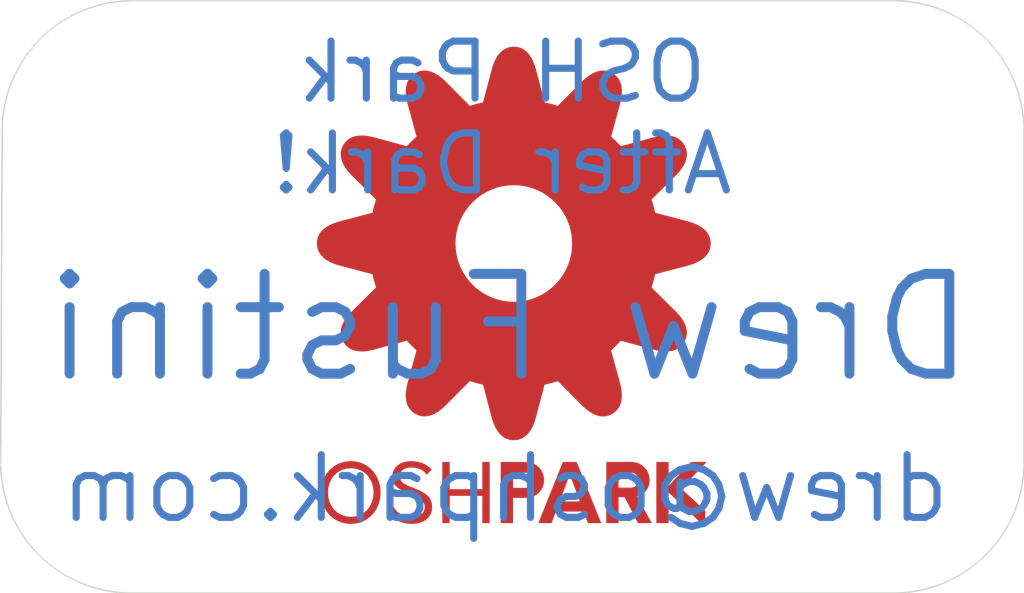
<source format=kicad_pcb>
(kicad_pcb (version 20190331) (host pcbnew "(5.1.0-373-ge808c7f95)")

  (general
    (thickness 1.6)
    (drawings 13)
    (tracks 0)
    (modules 1)
    (nets 1)
  )

  (page "A4")
  (layers
    (0 "F.Cu" signal)
    (31 "B.Cu" signal)
    (32 "B.Adhes" user)
    (33 "F.Adhes" user)
    (34 "B.Paste" user)
    (35 "F.Paste" user)
    (36 "B.SilkS" user)
    (37 "F.SilkS" user)
    (38 "B.Mask" user hide)
    (39 "F.Mask" user)
    (40 "Dwgs.User" user)
    (41 "Cmts.User" user)
    (42 "Eco1.User" user)
    (43 "Eco2.User" user)
    (44 "Edge.Cuts" user)
    (45 "Margin" user)
    (46 "B.CrtYd" user)
    (47 "F.CrtYd" user)
    (48 "B.Fab" user)
    (49 "F.Fab" user)
  )

  (setup
    (last_trace_width 0.25)
    (trace_clearance 0.2)
    (zone_clearance 0.508)
    (zone_45_only no)
    (trace_min 0.2)
    (via_size 0.8)
    (via_drill 0.4)
    (via_min_size 0.4)
    (via_min_drill 0.3)
    (uvia_size 0.3)
    (uvia_drill 0.1)
    (uvias_allowed no)
    (uvia_min_size 0.2)
    (uvia_min_drill 0.1)
    (edge_width 0.05)
    (segment_width 0.2)
    (pcb_text_width 0.3)
    (pcb_text_size 1.5 1.5)
    (mod_edge_width 0.12)
    (mod_text_size 1 1)
    (mod_text_width 0.15)
    (pad_size 1.524 1.524)
    (pad_drill 0.762)
    (pad_to_mask_clearance 0.051)
    (solder_mask_min_width 0.25)
    (aux_axis_origin 0 0)
    (visible_elements FFFFFF7F)
    (pcbplotparams
      (layerselection 0x010fc_ffffffff)
      (usegerberextensions false)
      (usegerberattributes false)
      (usegerberadvancedattributes false)
      (creategerberjobfile false)
      (excludeedgelayer true)
      (linewidth 0.100000)
      (plotframeref false)
      (viasonmask false)
      (mode 1)
      (useauxorigin false)
      (hpglpennumber 1)
      (hpglpenspeed 20)
      (hpglpendiameter 15.000000)
      (psnegative false)
      (psa4output false)
      (plotreference true)
      (plotvalue true)
      (plotinvisibletext false)
      (padsonsilk false)
      (subtractmaskfromsilk false)
      (outputformat 1)
      (mirror false)
      (drillshape 1)
      (scaleselection 1)
      (outputdirectory ""))
  )

  (net 0 "")

  (net_class "Default" "This is the default net class."
    (clearance 0.2)
    (trace_width 0.25)
    (via_dia 0.8)
    (via_drill 0.4)
    (uvia_dia 0.3)
    (uvia_drill 0.1)
  )

  (module "oshpark:OSH_small_fu" (layer "F.Cu") (tedit 5D5717FF) (tstamp 5D572609)
    (at 144.6784 71.7804)
    (descr "Imported from OSHPARK.svg")
    (tags "svg2mod")
    (attr smd)
    (fp_text reference "OSH_small" (at 0 -11.457835) (layer "F.Cu") hide
      (effects (font (size 1.524 1.524) (thickness 0.3048)))
    )
    (fp_text value "G***" (at 0 11.457835) (layer "F.Cu") hide
      (effects (font (size 1.524 1.524) (thickness 0.3048)))
    )
    (fp_poly (pts (xy -5.72003 8.28739) (xy -5.72003 8.03844) (xy -5.89083 8.02144) (xy -6.04561 7.97244)
      (xy -6.18228 7.89464) (xy -6.29876 7.79128) (xy -6.39296 7.66553) (xy -6.46286 7.52056)
      (xy -6.50636 7.35956) (xy -6.52126 7.18572) (xy -6.50636 7.01188) (xy -6.46286 6.85088)
      (xy -6.39296 6.70591) (xy -6.29876 6.58016) (xy -6.18228 6.4768) (xy -6.04561 6.399)
      (xy -5.89083 6.35) (xy -5.72003 6.333) (xy -5.54852 6.35) (xy -5.39368 6.399)
      (xy -5.25742 6.4768) (xy -5.14165 6.58016) (xy -5.04825 6.70591) (xy -4.97915 6.85088)
      (xy -4.93635 7.01188) (xy -4.92165 7.18572) (xy -4.93635 7.35956) (xy -4.97915 7.52056)
      (xy -5.04825 7.66553) (xy -5.14165 7.79128) (xy -5.25742 7.89464) (xy -5.39368 7.97244)
      (xy -5.54852 8.02144) (xy -5.72003 8.03844) (xy -5.72003 8.28739) (xy -5.60829 8.28139)
      (xy -5.50085 8.26469) (xy -5.39811 8.23759) (xy -5.30051 8.20059) (xy -5.20831 8.15429)
      (xy -5.12201 8.09919) (xy -5.04211 8.03579) (xy -4.96891 7.96479) (xy -4.90281 7.88659)
      (xy -4.84421 7.80179) (xy -4.79351 7.71099) (xy -4.75111 7.61469) (xy -4.71741 7.51342)
      (xy -4.69281 7.40776) (xy -4.67781 7.29824) (xy -4.67281 7.18543) (xy -4.67781 7.07261)
      (xy -4.69281 6.9631) (xy -4.71741 6.85743) (xy -4.75111 6.75616) (xy -4.79351 6.65986)
      (xy -4.84421 6.56906) (xy -4.90281 6.48426) (xy -4.96891 6.40606) (xy -5.04211 6.33496)
      (xy -5.12201 6.27156) (xy -5.20831 6.21646) (xy -5.30051 6.17016) (xy -5.39811 6.13316)
      (xy -5.50085 6.10606) (xy -5.60829 6.08936) (xy -5.72003 6.08336) (xy -5.83223 6.08936)
      (xy -5.94002 6.10606) (xy -6.04301 6.13316) (xy -6.14081 6.17016) (xy -6.23301 6.21646)
      (xy -6.31921 6.27156) (xy -6.39911 6.33496) (xy -6.47221 6.40606) (xy -6.53821 6.48426)
      (xy -6.59661 6.56906) (xy -6.64711 6.65986) (xy -6.68931 6.75616) (xy -6.72281 6.85743)
      (xy -6.74721 6.9631) (xy -6.76211 7.07261) (xy -6.76711 7.18543) (xy -6.76211 7.29824)
      (xy -6.74721 7.40776) (xy -6.72281 7.51342) (xy -6.68931 7.61469) (xy -6.64711 7.71099)
      (xy -6.59661 7.80179) (xy -6.53821 7.88659) (xy -6.47221 7.96479) (xy -6.39911 8.03579)
      (xy -6.31921 8.09919) (xy -6.23301 8.15429) (xy -6.14081 8.20059) (xy -6.04301 8.23759)
      (xy -5.94002 8.26469) (xy -5.83223 8.28139) (xy -5.72003 8.28739)) (layer "F.Mask") (width 0))
    (fp_poly (pts (xy -5.71389 8.295375) (xy -5.71389 8.046425) (xy -5.88469 8.029425) (xy -6.03947 7.980425)
      (xy -6.17614 7.902625) (xy -6.29262 7.799265) (xy -6.38682 7.673515) (xy -6.45672 7.528545)
      (xy -6.50022 7.367545) (xy -6.51512 7.193705) (xy -6.50022 7.019865) (xy -6.45672 6.858865)
      (xy -6.38682 6.713895) (xy -6.29262 6.588145) (xy -6.17614 6.484785) (xy -6.03947 6.406985)
      (xy -5.88469 6.357985) (xy -5.71389 6.340985) (xy -5.54238 6.357985) (xy -5.38754 6.406985)
      (xy -5.25128 6.484785) (xy -5.13551 6.588145) (xy -5.04211 6.713895) (xy -4.97301 6.858865)
      (xy -4.93021 7.019865) (xy -4.91551 7.193705) (xy -4.93021 7.367545) (xy -4.97301 7.528545)
      (xy -5.04211 7.673515) (xy -5.13551 7.799265) (xy -5.25128 7.902625) (xy -5.38754 7.980425)
      (xy -5.54238 8.029425) (xy -5.71389 8.046425) (xy -5.71389 8.295375) (xy -5.60215 8.289375)
      (xy -5.49471 8.272675) (xy -5.39197 8.245575) (xy -5.29437 8.208575) (xy -5.20217 8.162275)
      (xy -5.11587 8.107175) (xy -5.03597 8.043775) (xy -4.96277 7.972775) (xy -4.89667 7.894575)
      (xy -4.83807 7.809775) (xy -4.78737 7.718975) (xy -4.74497 7.622675) (xy -4.71127 7.521405)
      (xy -4.68667 7.415745) (xy -4.67167 7.306225) (xy -4.66667 7.193415) (xy -4.67167 7.080595)
      (xy -4.68667 6.971085) (xy -4.71127 6.865415) (xy -4.74497 6.764145) (xy -4.78737 6.667845)
      (xy -4.83807 6.577045) (xy -4.89667 6.492245) (xy -4.96277 6.414045) (xy -5.03597 6.342945)
      (xy -5.11587 6.279545) (xy -5.20217 6.224445) (xy -5.29437 6.178145) (xy -5.39197 6.141145)
      (xy -5.49471 6.114045) (xy -5.60215 6.097345) (xy -5.71389 6.091345) (xy -5.82609 6.097345)
      (xy -5.93388 6.114045) (xy -6.03687 6.141145) (xy -6.13467 6.178145) (xy -6.22687 6.224445)
      (xy -6.31307 6.279545) (xy -6.39297 6.342945) (xy -6.46607 6.414045) (xy -6.53207 6.492245)
      (xy -6.59047 6.577045) (xy -6.64097 6.667845) (xy -6.68317 6.764145) (xy -6.71667 6.865415)
      (xy -6.74107 6.971085) (xy -6.75597 7.080595) (xy -6.76097 7.193415) (xy -6.75597 7.306225)
      (xy -6.74107 7.415745) (xy -6.71667 7.521405) (xy -6.68317 7.622675) (xy -6.64097 7.718975)
      (xy -6.59047 7.809775) (xy -6.53207 7.894575) (xy -6.46607 7.972775) (xy -6.39297 8.043775)
      (xy -6.31307 8.107175) (xy -6.22687 8.162275) (xy -6.13467 8.208575) (xy -6.03687 8.245575)
      (xy -5.93388 8.272675) (xy -5.82609 8.289375) (xy -5.71389 8.295375)) (layer "F.Cu") (width 0))
    (fp_poly (pts (xy -3.5907 8.295375) (xy -3.44187 8.286375) (xy -3.30406 8.258975) (xy -3.18001 8.212975)
      (xy -3.07241 8.147975) (xy -2.98401 8.063675) (xy -2.91751 7.959725) (xy -2.87561 7.835805)
      (xy -2.86101 7.691555) (xy -2.87691 7.552235) (xy -2.92141 7.434915) (xy -2.98981 7.336615)
      (xy -3.07751 7.254415) (xy -3.17982 7.185415) (xy -3.29208 7.126615) (xy -3.52784 7.027715)
      (xy -3.70664 6.955515) (xy -3.85727 6.872815) (xy -3.91627 6.823915) (xy -3.96127 6.768115)
      (xy -3.98997 6.703915) (xy -4.00007 6.629915) (xy -3.99207 6.554915) (xy -3.96807 6.490615)
      (xy -3.93017 6.436915) (xy -3.88027 6.393515) (xy -3.82017 6.360115) (xy -3.75177 6.336615)
      (xy -3.67677 6.322615) (xy -3.59697 6.317615) (xy -3.50107 6.322615) (xy -3.41297 6.336315)
      (xy -3.33277 6.358215) (xy -3.26037 6.387715) (xy -3.19597 6.424015) (xy -3.13947 6.466415)
      (xy -3.05047 6.566885) (xy -2.87592 6.389475) (xy -2.93462 6.327375) (xy -3.00322 6.270575)
      (xy -3.08132 6.219875) (xy -3.16862 6.176275) (xy -3.26472 6.140775) (xy -3.36936 6.114275)
      (xy -3.48217 6.097675) (xy -3.60284 6.091675) (xy -3.73476 6.100675) (xy -3.85823 6.127675)
      (xy -3.97043 6.172275) (xy -4.06853 6.234275) (xy -4.14973 6.313275) (xy -4.21123 6.408975)
      (xy -4.25023 6.521165) (xy -4.26383 6.649475) (xy -4.24983 6.769025) (xy -4.21043 6.869725)
      (xy -4.14943 6.954225) (xy -4.07063 7.025125) (xy -3.97793 7.085025) (xy -3.87509 7.136525)
      (xy -3.6543 7.224725) (xy -3.4565 7.304325) (xy -3.3666 7.348925) (xy -3.2866 7.399625)
      (xy -3.2195 7.458525) (xy -3.1682 7.527725) (xy -3.1357 7.609325) (xy -3.1249 7.705425)
      (xy -3.1349 7.789025) (xy -3.1618 7.860025) (xy -3.2038 7.918825) (xy -3.2593 7.965825)
      (xy -3.3266 8.001625) (xy -3.404 8.026625) (xy -3.4899 8.041225) (xy -3.5826 8.046225)
      (xy -3.69075 8.039225) (xy -3.79323 8.020125) (xy -3.88863 7.989225) (xy -3.97563 7.947425)
      (xy -4.05283 7.895625) (xy -4.11893 7.834625) (xy -4.17243 7.765125) (xy -4.21203 7.688125)
      (xy -4.40088 7.879845) (xy -4.33778 7.967545) (xy -4.26108 8.047345) (xy -4.17208 8.118045)
      (xy -4.07218 8.178545) (xy -3.96276 8.227645) (xy -3.84518 8.264145) (xy -3.72084 8.286945)
      (xy -3.59109 8.294945) (xy -3.5907 8.295375)) (layer "F.Mask") (width 0))
    (fp_poly (pts (xy -1.10433 6.120635) (xy -1.10433 7.076375) (xy -2.24607 7.076375) (xy -2.24607 6.120635)
      (xy -2.50646 6.120635) (xy -2.50646 8.266755) (xy -2.24607 8.266755) (xy -2.24607 7.311015)
      (xy -1.10433 7.311015) (xy -1.10433 8.266755) (xy -0.84394 8.266755) (xy -0.84394 6.120635)
      (xy -1.10433 6.120635)) (layer "F.Mask") (width 0))
    (fp_poly (pts (xy 0.42791 6.120635) (xy -0.02711 6.495535) (xy 0.38781 6.495535) (xy 0.44521 6.500535)
      (xy 0.49851 6.515035) (xy 0.54661 6.538335) (xy 0.58851 6.569635) (xy 0.62301 6.608335)
      (xy 0.64901 6.653735) (xy 0.66541 6.705135) (xy 0.67141 6.761735) (xy 0.66541 6.820135)
      (xy 0.64901 6.872535) (xy 0.62301 6.918535) (xy 0.58851 6.957435) (xy 0.54661 6.988635)
      (xy 0.49851 7.011635) (xy 0.44521 7.025835) (xy 0.38781 7.030835) (xy 0.38781 7.030635)
      (xy -0.02711 7.030635) (xy -0.02711 6.495535) (xy 0.42791 6.120635) (xy -0.45915 6.120635)
      (xy -0.45915 8.266755) (xy -0.02707 8.266755) (xy -0.02707 7.382555) (xy 0.42791 7.382555)
      (xy 0.5579 7.370355) (xy 0.67807 7.335055) (xy 0.78609 7.278855) (xy 0.87969 7.203855)
      (xy 0.95649 7.112155) (xy 1.01419 7.006005) (xy 1.05049 6.887525) (xy 1.06309 6.758845)
      (xy 1.05049 6.630375) (xy 1.01419 6.510655) (xy 0.95649 6.402275) (xy 0.87969 6.307775)
      (xy 0.78609 6.229775) (xy 0.67807 6.170875) (xy 0.5579 6.133675) (xy 0.42791 6.120675)
      (xy 0.42791 6.120635)) (layer "F.Mask") (width 0))
    (fp_poly (pts (xy 0.00118 -8.409695) (xy 0.00043 -3.623025) (xy 0.21316 -3.612325) (xy 0.41974 -3.580825)
      (xy 0.61914 -3.529525) (xy 0.81031 -3.459525) (xy 0.99219 -3.371925) (xy 1.16375 -3.267695)
      (xy 1.32394 -3.147905) (xy 1.4717 -3.013605) (xy 1.606 -2.865845) (xy 1.72579 -2.705655)
      (xy 1.83001 -2.534105) (xy 1.91761 -2.352215) (xy 1.98761 -2.161055) (xy 2.03891 -1.961655)
      (xy 2.07041 -1.755065) (xy 2.08111 -1.542335) (xy 2.07041 -1.329495) (xy 2.03891 -1.122805)
      (xy 1.98771 -0.923315) (xy 1.91781 -0.732055) (xy 1.83021 -0.550075) (xy 1.726 -0.378435)
      (xy 1.60622 -0.218175) (xy 1.47192 -0.070335) (xy 1.32415 0.064025) (xy 1.16396 0.183875)
      (xy 0.99238 0.288155) (xy 0.81047 0.375855) (xy 0.61928 0.445855) (xy 0.41984 0.497155)
      (xy 0.21321 0.528655) (xy 0.00043 0.539455) (xy -0.21235 0.528655) (xy -0.41897 0.497155)
      (xy -0.6184 0.445855) (xy -0.80958 0.375855) (xy -0.99147 0.288155) (xy -1.16302 0.183875)
      (xy -1.3232 0.064025) (xy -1.47095 -0.070335) (xy -1.60524 -0.218175) (xy -1.72501 -0.378435)
      (xy -1.82922 -0.550075) (xy -1.91682 -0.732055) (xy -1.98682 -0.923315) (xy -2.03812 -1.122805)
      (xy -2.06962 -1.329495) (xy -2.08032 -1.542335) (xy -2.06962 -1.755065) (xy -2.03812 -1.961655)
      (xy -1.98682 -2.161055) (xy -1.91682 -2.352215) (xy -1.82922 -2.534105) (xy -1.72501 -2.705655)
      (xy -1.60524 -2.865845) (xy -1.47095 -3.013605) (xy -1.3232 -3.147905) (xy -1.16302 -3.267695)
      (xy -0.99147 -3.371925) (xy -0.80958 -3.459525) (xy -0.6184 -3.529525) (xy -0.41897 -3.580825)
      (xy -0.21235 -3.612325) (xy 0.00043 -3.623025) (xy 0.00118 -8.409695) (xy -0.14129 -8.393995)
      (xy -0.2674 -8.349495) (xy -0.378 -8.279795) (xy -0.4739 -8.188495) (xy -0.556 -8.079355)
      (xy -0.6251 -7.956025) (xy -0.6821 -7.822195) (xy -0.7278 -7.681515) (xy -1.04856 -6.462625)
      (xy -1.30304 -6.403425) (xy -1.55293 -6.331225) (xy -2.43795 -7.223815) (xy -2.5541 -7.325575)
      (xy -2.67331 -7.414275) (xy -2.79523 -7.486675) (xy -2.91953 -7.539575) (xy -3.04586 -7.569675)
      (xy -3.17388 -7.573675) (xy -3.30323 -7.548275) (xy -3.43358 -7.490275) (xy -3.54913 -7.405275)
      (xy -3.63603 -7.303485) (xy -3.69693 -7.187695) (xy -3.73433 -7.060655) (xy -3.75073 -6.925095)
      (xy -3.74873 -6.783755) (xy -3.73103 -6.639375) (xy -3.70003 -6.494705) (xy -3.36893 -5.282225)
      (xy -3.55878 -5.102185) (xy -3.73879 -4.912505) (xy -4.95156 -5.242875) (xy -5.10317 -5.273475)
      (xy -5.25088 -5.290975) (xy -5.39277 -5.292975) (xy -5.5269 -5.276575) (xy -5.65135 -5.239375)
      (xy -5.76419 -5.178675) (xy -5.86349 -5.091975) (xy -5.94729 -4.976645) (xy -6.00489 -4.845335)
      (xy -6.02929 -4.713775) (xy -6.02429 -4.583095) (xy -5.99309 -4.454385) (xy -5.93949 -4.328745)
      (xy -5.86709 -4.207285) (xy -5.77959 -4.091105) (xy -5.68049 -3.981305) (xy -4.78848 -3.096875)
      (xy -4.86248 -2.846755) (xy -4.92388 -2.591195) (xy -6.13913 -2.271315) (xy -6.28557 -2.221815)
      (xy -6.42211 -2.163015) (xy -6.54579 -2.093715) (xy -6.65364 -2.012515) (xy -6.74264 -1.918115)
      (xy -6.80994 -1.809295) (xy -6.85244 -1.684715) (xy -6.86724 -1.543065) (xy -6.85154 -1.400675)
      (xy -6.80704 -1.274595) (xy -6.73724 -1.163985) (xy -6.64594 -1.068085) (xy -6.5368 -0.985985)
      (xy -6.41347 -0.916885) (xy -6.27964 -0.859985) (xy -6.13897 -0.814385) (xy -4.92372 -0.494365)
      (xy -4.86232 -0.239235) (xy -4.78842 0.010885) (xy -5.68043 0.895605) (xy -5.78261 1.011585)
      (xy -5.87161 1.130695) (xy -5.94411 1.252585) (xy -5.99701 1.376885) (xy -6.02701 1.503265)
      (xy -6.03101 1.631355) (xy -6.00551 1.760795) (xy -5.94741 1.891235) (xy -5.86251 2.006695)
      (xy -5.76079 2.093495) (xy -5.64502 2.154295) (xy -5.51794 2.191595) (xy -5.38232 2.207995)
      (xy -5.24091 2.205995) (xy -5.09648 2.188395) (xy -4.95178 2.157595) (xy -3.73916 1.826495)
      (xy -3.55915 2.015885) (xy -3.36929 2.196065) (xy -3.70039 3.409125) (xy -3.73109 3.560565)
      (xy -3.74869 3.708175) (xy -3.75069 3.850005) (xy -3.73429 3.984105) (xy -3.69709 4.108515)
      (xy -3.63639 4.221295) (xy -3.54959 4.320495) (xy -3.43416 4.404195) (xy -3.30285 4.461895)
      (xy -3.17132 4.486395) (xy -3.04066 4.481395) (xy -2.91197 4.450195) (xy -2.78636 4.396595)
      (xy -2.66492 4.324295) (xy -2.54876 4.236795) (xy -2.43897 4.137795) (xy -1.55409 3.245195)
      (xy -1.30401 3.319295) (xy -1.0487 3.380995) (xy -0.72882 4.596245) (xy -0.67942 4.742405)
      (xy -0.62072 4.878745) (xy -0.55142 5.002265) (xy -0.47012 5.110005) (xy -0.37562 5.199005)
      (xy -0.26663 5.266305) (xy -0.14183 5.308805) (xy 0.0001 5.323605) (xy 0.1423 5.307905)
      (xy 0.26821 5.263405) (xy 0.37868 5.193705) (xy 0.47448 5.102505) (xy 0.55658 4.993495)
      (xy 0.62568 4.870315) (xy 0.68268 4.736655) (xy 0.72838 4.596185) (xy 1.04825 3.380645)
      (xy 1.30343 3.319445) (xy 1.55379 3.245445) (xy 2.43852 4.137905) (xy 2.55442 4.240085)
      (xy 2.67348 4.329085) (xy 2.79535 4.401685) (xy 2.91965 4.454585) (xy 3.04602 4.484585)
      (xy 3.17409 4.488585) (xy 3.30349 4.462985) (xy 3.43386 4.404785) (xy 3.5493 4.319985)
      (xy 3.6361 4.218365) (xy 3.6969 4.102685) (xy 3.7342 3.975695) (xy 3.7507 3.840155)
      (xy 3.7487 3.698805) (xy 3.7312 3.554415) (xy 3.7006 3.409725) (xy 3.36921 2.196675)
      (xy 3.55866 2.016495) (xy 3.73849 1.827095) (xy 4.95155 2.158195) (xy 5.10316 2.188595)
      (xy 5.25086 2.205995) (xy 5.39274 2.207995) (xy 5.52685 2.191495) (xy 5.65126 2.154195)
      (xy 5.76405 2.093495) (xy 5.86325 2.006695) (xy 5.94695 1.891265) (xy 6.00455 1.759975)
      (xy 6.02895 1.628485) (xy 6.02395 1.497875) (xy 5.99275 1.369255) (xy 5.93915 1.243685)
      (xy 5.86685 1.122265) (xy 5.77935 1.006085) (xy 5.68035 0.896225) (xy 4.78804 0.011495)
      (xy 4.86214 -0.238625) (xy 4.92344 -0.493755) (xy 6.13868 -0.813785) (xy 6.28522 -0.863185)
      (xy 6.42183 -0.921885) (xy 6.54556 -0.991285) (xy 6.65344 -1.072585) (xy 6.74254 -1.167085)
      (xy 6.80984 -1.276075) (xy 6.85244 -1.400845) (xy 6.86724 -1.542705) (xy 6.85194 -1.684715)
      (xy 6.80764 -1.810495) (xy 6.73804 -1.920855) (xy 6.64694 -2.016655) (xy 6.53789 -2.098655)
      (xy 6.41461 -2.167755) (xy 6.2808 -2.224755) (xy 6.14013 -2.270455) (xy 4.92488 -2.590335)
      (xy 4.86358 -2.845855) (xy 4.78948 -3.095735) (xy 5.68179 -3.980895) (xy 5.78395 -4.096695)
      (xy 5.87285 -4.215675) (xy 5.94535 -4.337485) (xy 5.99815 -4.461745) (xy 6.02805 -4.588095)
      (xy 6.03205 -4.716185) (xy 6.00655 -4.845635) (xy 5.94845 -4.976085) (xy 5.86365 -5.091375)
      (xy 5.76206 -5.178075) (xy 5.64641 -5.238875) (xy 5.51943 -5.276175) (xy 5.38387 -5.292675)
      (xy 5.24246 -5.290675) (xy 5.09796 -5.273075) (xy 4.9531 -5.242275) (xy 3.74019 -4.911755)
      (xy 3.5604 -5.101105) (xy 3.3712 -5.281035) (xy 3.70215 -6.493945) (xy 3.73265 -6.645465)
      (xy 3.75005 -6.793085) (xy 3.75205 -6.934915) (xy 3.73565 -7.069005) (xy 3.69835 -7.193445)
      (xy 3.63755 -7.306295) (xy 3.55075 -7.405695) (xy 3.43522 -7.489595) (xy 3.30408 -7.547095)
      (xy 3.17265 -7.571395) (xy 3.04204 -7.566395) (xy 2.91335 -7.535095) (xy 2.78769 -7.481395)
      (xy 2.66618 -7.408995) (xy 2.54992 -7.321595) (xy 2.44003 -7.222795) (xy 1.55545 -6.330485)
      (xy 1.30598 -6.402785) (xy 1.05107 -6.462485) (xy 0.73018 -7.681375) (xy 0.68058 -7.827915)
      (xy 0.62168 -7.964525) (xy 0.55228 -8.088255) (xy 0.47098 -8.196135) (xy 0.37658 -8.285235)
      (xy 0.2677 -8.352535) (xy 0.14304 -8.395035) (xy 0.0013 -8.409835) (xy 0.00118 -8.409695)) (layer "F.Cu") (width 0.073847))
    (fp_poly (pts (xy -3.5907 8.295375) (xy -3.44187 8.286375) (xy -3.30406 8.258975) (xy -3.18001 8.212975)
      (xy -3.07241 8.147975) (xy -2.98401 8.063675) (xy -2.91751 7.959725) (xy -2.87561 7.835805)
      (xy -2.86101 7.691555) (xy -2.87691 7.552235) (xy -2.92141 7.434915) (xy -2.98981 7.336615)
      (xy -3.07751 7.254415) (xy -3.17982 7.185415) (xy -3.29208 7.126615) (xy -3.52784 7.027715)
      (xy -3.70664 6.955515) (xy -3.85727 6.872815) (xy -3.91627 6.823915) (xy -3.96127 6.768115)
      (xy -3.98997 6.703915) (xy -4.00007 6.629915) (xy -3.99207 6.554915) (xy -3.96807 6.490615)
      (xy -3.93017 6.436915) (xy -3.88027 6.393515) (xy -3.82017 6.360115) (xy -3.75177 6.336615)
      (xy -3.67677 6.322615) (xy -3.59697 6.317615) (xy -3.50107 6.322615) (xy -3.41297 6.336315)
      (xy -3.33277 6.358215) (xy -3.26037 6.387715) (xy -3.19597 6.424015) (xy -3.13947 6.466415)
      (xy -3.05047 6.566885) (xy -2.87592 6.389475) (xy -2.93462 6.327375) (xy -3.00322 6.270575)
      (xy -3.08132 6.219875) (xy -3.16862 6.176275) (xy -3.26472 6.140775) (xy -3.36936 6.114275)
      (xy -3.48217 6.097675) (xy -3.60284 6.091675) (xy -3.73476 6.100675) (xy -3.85823 6.127675)
      (xy -3.97043 6.172275) (xy -4.06853 6.234275) (xy -4.14973 6.313275) (xy -4.21123 6.408975)
      (xy -4.25023 6.521165) (xy -4.26383 6.649475) (xy -4.24983 6.769025) (xy -4.21043 6.869725)
      (xy -4.14943 6.954225) (xy -4.07063 7.025125) (xy -3.97793 7.085025) (xy -3.87509 7.136525)
      (xy -3.6543 7.224725) (xy -3.4565 7.304325) (xy -3.3666 7.348925) (xy -3.2866 7.399625)
      (xy -3.2195 7.458525) (xy -3.1682 7.527725) (xy -3.1357 7.609325) (xy -3.1249 7.705425)
      (xy -3.1349 7.789025) (xy -3.1618 7.860025) (xy -3.2038 7.918825) (xy -3.2593 7.965825)
      (xy -3.3266 8.001625) (xy -3.404 8.026625) (xy -3.4899 8.041225) (xy -3.5826 8.046225)
      (xy -3.69075 8.039225) (xy -3.79323 8.020125) (xy -3.88863 7.989225) (xy -3.97563 7.947425)
      (xy -4.05283 7.895625) (xy -4.11893 7.834625) (xy -4.17243 7.765125) (xy -4.21203 7.688125)
      (xy -4.40088 7.879845) (xy -4.33778 7.967545) (xy -4.26108 8.047345) (xy -4.17208 8.118045)
      (xy -4.07218 8.178545) (xy -3.96276 8.227645) (xy -3.84518 8.264145) (xy -3.72084 8.286945)
      (xy -3.59109 8.294945) (xy -3.5907 8.295375)) (layer "F.Cu") (width 0))
    (fp_poly (pts (xy -1.10433 6.120635) (xy -1.10433 7.076375) (xy -2.24607 7.076375) (xy -2.24607 6.120635)
      (xy -2.50646 6.120635) (xy -2.50646 8.266755) (xy -2.24607 8.266755) (xy -2.24607 7.311015)
      (xy -1.10433 7.311015) (xy -1.10433 8.266755) (xy -0.84394 8.266755) (xy -0.84394 6.120635)
      (xy -1.10433 6.120635)) (layer "F.Cu") (width 0))
    (fp_poly (pts (xy 2.59844 8.266755) (xy 1.96319 6.558445) (xy 2.31515 7.505595) (xy 1.60836 7.505595)
      (xy 1.96319 6.558445) (xy 2.59844 8.266755) (xy 3.06487 8.266755) (xy 2.20355 6.120635)
      (xy 1.71996 6.120635) (xy 0.85865 8.266755) (xy 1.32508 8.266755) (xy 1.47674 7.860425)
      (xy 2.44678 7.860425) (xy 2.59844 8.266755)) (layer "F.Mask") (width 0))
    (fp_poly (pts (xy 4.31659 7.328185) (xy 4.11009 7.022185) (xy 3.67228 7.022185) (xy 3.67228 6.495675)
      (xy 4.11009 6.495675) (xy 4.16319 6.500675) (xy 4.21239 6.515675) (xy 4.25669 6.539575)
      (xy 4.29509 6.571375) (xy 4.32669 6.610075) (xy 4.35039 6.654875) (xy 4.36539 6.704775)
      (xy 4.37039 6.758775) (xy 4.36539 6.812775) (xy 4.35069 6.862675) (xy 4.32729 6.907475)
      (xy 4.29609 6.946175) (xy 4.25789 6.977975) (xy 4.21359 7.001875) (xy 4.16399 7.016875)
      (xy 4.11009 7.021875) (xy 4.11009 7.022185) (xy 4.31659 7.328185) (xy 4.41049 7.296585)
      (xy 4.49619 7.251785) (xy 4.57229 7.194785) (xy 4.63749 7.126585) (xy 4.69049 7.048185)
      (xy 4.72989 6.960585) (xy 4.75449 6.864785) (xy 4.76249 6.761805) (xy 4.74979 6.631575)
      (xy 4.71319 6.510755) (xy 4.65509 6.401815) (xy 4.57799 6.307215) (xy 4.48419 6.229415)
      (xy 4.37621 6.170715) (xy 4.25643 6.133715) (xy 4.12726 6.120815) (xy 3.2402 6.120815)
      (xy 3.2402 8.266935) (xy 3.67228 8.266935) (xy 3.67228 7.356985) (xy 3.88403 7.356985)
      (xy 4.35332 8.266935) (xy 4.83691 8.266935) (xy 4.31612 7.328365) (xy 4.31659 7.328185)) (layer "F.Mask") (width 0))
    (fp_poly (pts (xy 6.76111 6.120635) (xy 6.20884 6.120635) (xy 5.42765 6.959055) (xy 5.42765 6.120635)
      (xy 4.99557 6.120635) (xy 4.99557 8.266755) (xy 5.42765 8.266755) (xy 5.42765 7.193695)
      (xy 6.7096 8.409835) (xy 6.7096 7.831805) (xy 5.87118 7.056345) (xy 6.76111 6.120635)) (layer "F.Mask") (width 0))
    (fp_poly (pts (xy 0.42791 6.120635) (xy -0.02711 6.495535) (xy 0.38781 6.495535) (xy 0.44521 6.500535)
      (xy 0.49851 6.515035) (xy 0.54661 6.538335) (xy 0.58851 6.569635) (xy 0.62301 6.608335)
      (xy 0.64901 6.653735) (xy 0.66541 6.705135) (xy 0.67141 6.761735) (xy 0.66541 6.820135)
      (xy 0.64901 6.872535) (xy 0.62301 6.918535) (xy 0.58851 6.957435) (xy 0.54661 6.988635)
      (xy 0.49851 7.011635) (xy 0.44521 7.025835) (xy 0.38781 7.030835) (xy 0.38781 7.030635)
      (xy -0.02711 7.030635) (xy -0.02711 6.495535) (xy 0.42791 6.120635) (xy -0.45915 6.120635)
      (xy -0.45915 8.266755) (xy -0.02707 8.266755) (xy -0.02707 7.382555) (xy 0.42791 7.382555)
      (xy 0.5579 7.370355) (xy 0.67807 7.335055) (xy 0.78609 7.278855) (xy 0.87969 7.203855)
      (xy 0.95649 7.112155) (xy 1.01419 7.006005) (xy 1.05049 6.887525) (xy 1.06309 6.758845)
      (xy 1.05049 6.630375) (xy 1.01419 6.510655) (xy 0.95649 6.402275) (xy 0.87969 6.307775)
      (xy 0.78609 6.229775) (xy 0.67807 6.170875) (xy 0.5579 6.133675) (xy 0.42791 6.120675)
      (xy 0.42791 6.120635)) (layer "F.Cu") (width 0))
    (fp_poly (pts (xy 2.59844 8.266755) (xy 1.96319 6.558445) (xy 2.31515 7.505595) (xy 1.60836 7.505595)
      (xy 1.96319 6.558445) (xy 2.59844 8.266755) (xy 3.06487 8.266755) (xy 2.20355 6.120635)
      (xy 1.71996 6.120635) (xy 0.85865 8.266755) (xy 1.32508 8.266755) (xy 1.47674 7.860425)
      (xy 2.44678 7.860425) (xy 2.59844 8.266755)) (layer "F.Cu") (width 0))
    (fp_poly (pts (xy 4.31659 7.328185) (xy 4.11009 7.022185) (xy 3.67228 7.022185) (xy 3.67228 6.495675)
      (xy 4.11009 6.495675) (xy 4.16319 6.500675) (xy 4.21239 6.515675) (xy 4.25669 6.539575)
      (xy 4.29509 6.571375) (xy 4.32669 6.610075) (xy 4.35039 6.654875) (xy 4.36539 6.704775)
      (xy 4.37039 6.758775) (xy 4.36539 6.812775) (xy 4.35069 6.862675) (xy 4.32729 6.907475)
      (xy 4.29609 6.946175) (xy 4.25789 6.977975) (xy 4.21359 7.001875) (xy 4.16399 7.016875)
      (xy 4.11009 7.021875) (xy 4.11009 7.022185) (xy 4.31659 7.328185) (xy 4.41049 7.296585)
      (xy 4.49619 7.251785) (xy 4.57229 7.194785) (xy 4.63749 7.126585) (xy 4.69049 7.048185)
      (xy 4.72989 6.960585) (xy 4.75449 6.864785) (xy 4.76249 6.761805) (xy 4.74979 6.631575)
      (xy 4.71319 6.510755) (xy 4.65509 6.401815) (xy 4.57799 6.307215) (xy 4.48419 6.229415)
      (xy 4.37621 6.170715) (xy 4.25643 6.133715) (xy 4.12726 6.120815) (xy 3.2402 6.120815)
      (xy 3.2402 8.266935) (xy 3.67228 8.266935) (xy 3.67228 7.356985) (xy 3.88403 7.356985)
      (xy 4.35332 8.266935) (xy 4.83691 8.266935) (xy 4.31612 7.328365) (xy 4.31659 7.328185)) (layer "F.Cu") (width 0))
    (fp_poly (pts (xy 6.76111 6.120635) (xy 6.20884 6.120635) (xy 5.42765 6.959055) (xy 5.42765 6.120635)
      (xy 4.99557 6.120635) (xy 4.99557 8.266755) (xy 5.42765 8.266755) (xy 5.42765 7.193695)
      (xy 6.7096 8.409835) (xy 6.7096 7.831805) (xy 5.87118 7.056345) (xy 6.76111 6.120635)) (layer "F.Cu") (width 0))
  )

  (gr_text "Drew Fustini" (at 144.526 73.2028) (layer "B.Mask") (tstamp 5D570DC8)
    (effects (font (size 3.5 3.5) (thickness 0.35)) (justify mirror))
  )
  (gr_text "drew@oshpark.com" (at 144.3736 78.8416) (layer "B.Mask") (tstamp 5D570D22)
    (effects (font (size 2.2 2.2) (thickness 0.25)) (justify mirror))
  )
  (gr_text "drew@oshpark.com" (at 144.3736 78.8416) (layer "B.Cu") (tstamp 5D3E80A6)
    (effects (font (size 2.2 2.2) (thickness 0.25)) (justify mirror))
  )
  (gr_text "Drew Fustini" (at 144.526 73.2028) (layer "B.Cu") (tstamp 5D3E808C)
    (effects (font (size 3.5 3.5) (thickness 0.35)) (justify mirror))
  )
  (gr_text "OSH Park\nAfter Dark!" (at 144.272 65.8368) (layer "B.Cu") (tstamp 5D570921)
    (effects (font (size 2 2) (thickness 0.25)) (justify mirror))
  )
  (gr_line (start 126.746 66.294) (end 126.6952 77.9272) (layer "Edge.Cuts") (width 0.05) (tstamp 5CD3EA20))
  (gr_line (start 157.988 82.4992) (end 131.2672 82.4992) (layer "Edge.Cuts") (width 0.05) (tstamp 5CD3EA01))
  (gr_line (start 162.56 66.294) (end 162.56 77.9272) (layer "Edge.Cuts") (width 0.05) (tstamp 5CD3E9C1))
  (gr_line (start 131.318 61.722) (end 157.988 61.722) (layer "Edge.Cuts") (width 0.05) (tstamp 5CD3E9A9))
  (gr_arc (start 157.988 77.9272) (end 157.988 82.4992) (angle -90) (layer "Edge.Cuts") (width 0.05) (tstamp 5CD3E94D))
  (gr_arc (start 131.2672 77.9272) (end 126.6952 77.9272) (angle -90) (layer "Edge.Cuts") (width 0.05) (tstamp 5CD3E932))
  (gr_arc (start 131.318 66.294) (end 131.318 61.722) (angle -90) (layer "Edge.Cuts") (width 0.05) (tstamp 5CD3E8FE))
  (gr_arc (start 157.988 66.294) (end 162.56 66.294) (angle -90) (layer "Edge.Cuts") (width 0.05))

)

</source>
